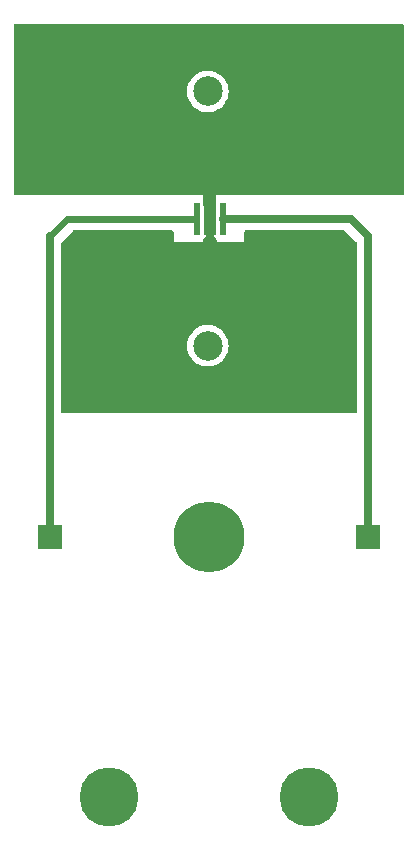
<source format=gtl>
G04 #@! TF.GenerationSoftware,KiCad,Pcbnew,8.0.5*
G04 #@! TF.CreationDate,2024-10-09T13:13:15+02:00*
G04 #@! TF.ProjectId,LED_SINGLE_Board,4c45445f-5349-44e4-974c-455f426f6172,rev?*
G04 #@! TF.SameCoordinates,Original*
G04 #@! TF.FileFunction,Copper,L1,Top*
G04 #@! TF.FilePolarity,Positive*
%FSLAX46Y46*%
G04 Gerber Fmt 4.6, Leading zero omitted, Abs format (unit mm)*
G04 Created by KiCad (PCBNEW 8.0.5) date 2024-10-09 13:13:15*
%MOMM*%
%LPD*%
G01*
G04 APERTURE LIST*
G04 #@! TA.AperFunction,ComponentPad*
%ADD10C,2.500000*%
G04 #@! TD*
G04 #@! TA.AperFunction,SMDPad,CuDef*
%ADD11R,0.500000X2.700000*%
G04 #@! TD*
G04 #@! TA.AperFunction,SMDPad,CuDef*
%ADD12R,1.000000X2.700000*%
G04 #@! TD*
G04 #@! TA.AperFunction,SMDPad,CuDef*
%ADD13R,2.000000X2.000000*%
G04 #@! TD*
G04 #@! TA.AperFunction,ViaPad*
%ADD14C,5.000000*%
G04 #@! TD*
G04 #@! TA.AperFunction,ViaPad*
%ADD15C,6.000000*%
G04 #@! TD*
G04 #@! TA.AperFunction,Conductor*
%ADD16C,0.600000*%
G04 #@! TD*
G04 #@! TA.AperFunction,Conductor*
%ADD17C,0.700000*%
G04 #@! TD*
G04 APERTURE END LIST*
D10*
X43400000Y-52260000D03*
X43400000Y-30740000D03*
D11*
X42470000Y-41500000D03*
X44670000Y-41500000D03*
D12*
X43570000Y-41500000D03*
D13*
X57000000Y-68500000D03*
X30000000Y-68500000D03*
D14*
X35000000Y-90500000D03*
X52000000Y-90500000D03*
D15*
X43500000Y-68500000D03*
D16*
X31500000Y-41500000D02*
X42400000Y-41500000D01*
X30000000Y-43000000D02*
X31500000Y-41500000D01*
D17*
X30000000Y-43000000D02*
X30000000Y-68500000D01*
X57000000Y-43000000D02*
X55500000Y-41500000D01*
X55500000Y-41500000D02*
X44670000Y-41500000D01*
X57000000Y-68500000D02*
X57000000Y-43000000D01*
G04 #@! TA.AperFunction,Conductor*
G36*
X59943039Y-25019685D02*
G01*
X59988794Y-25072489D01*
X60000000Y-25124000D01*
X60000000Y-39376000D01*
X59980315Y-39443039D01*
X59927511Y-39488794D01*
X59876000Y-39500000D01*
X27124000Y-39500000D01*
X27056961Y-39480315D01*
X27011206Y-39427511D01*
X27000000Y-39376000D01*
X27000000Y-30739995D01*
X41644592Y-30739995D01*
X41644592Y-30740004D01*
X41664196Y-31001620D01*
X41664197Y-31001625D01*
X41722576Y-31257402D01*
X41722578Y-31257411D01*
X41722580Y-31257416D01*
X41818432Y-31501643D01*
X41949614Y-31728857D01*
X42081736Y-31894533D01*
X42113198Y-31933985D01*
X42294753Y-32102441D01*
X42305521Y-32112433D01*
X42522296Y-32260228D01*
X42522301Y-32260230D01*
X42522302Y-32260231D01*
X42522303Y-32260232D01*
X42647843Y-32320688D01*
X42758673Y-32374061D01*
X42758674Y-32374061D01*
X42758677Y-32374063D01*
X43009385Y-32451396D01*
X43268818Y-32490500D01*
X43531182Y-32490500D01*
X43790615Y-32451396D01*
X44041323Y-32374063D01*
X44277704Y-32260228D01*
X44494479Y-32112433D01*
X44686805Y-31933981D01*
X44850386Y-31728857D01*
X44981568Y-31501643D01*
X45077420Y-31257416D01*
X45135802Y-31001630D01*
X45155408Y-30740000D01*
X45135802Y-30478370D01*
X45077420Y-30222584D01*
X44981568Y-29978357D01*
X44850386Y-29751143D01*
X44686805Y-29546019D01*
X44686804Y-29546018D01*
X44686801Y-29546014D01*
X44494479Y-29367567D01*
X44277704Y-29219772D01*
X44277700Y-29219770D01*
X44277697Y-29219768D01*
X44277696Y-29219767D01*
X44041325Y-29105938D01*
X44041327Y-29105938D01*
X43790623Y-29028606D01*
X43790619Y-29028605D01*
X43790615Y-29028604D01*
X43665823Y-29009794D01*
X43531187Y-28989500D01*
X43531182Y-28989500D01*
X43268818Y-28989500D01*
X43268812Y-28989500D01*
X43107247Y-29013853D01*
X43009385Y-29028604D01*
X43009382Y-29028605D01*
X43009376Y-29028606D01*
X42758673Y-29105938D01*
X42522303Y-29219767D01*
X42522302Y-29219768D01*
X42305520Y-29367567D01*
X42113198Y-29546014D01*
X41949614Y-29751143D01*
X41818432Y-29978356D01*
X41722582Y-30222578D01*
X41722576Y-30222597D01*
X41664197Y-30478374D01*
X41664196Y-30478379D01*
X41644592Y-30739995D01*
X27000000Y-30739995D01*
X27000000Y-25124000D01*
X27019685Y-25056961D01*
X27072489Y-25011206D01*
X27124000Y-25000000D01*
X59876000Y-25000000D01*
X59943039Y-25019685D01*
G37*
G04 #@! TD.AperFunction*
G04 #@! TA.AperFunction,Conductor*
G36*
X43862103Y-42016085D02*
G01*
X43908078Y-42068697D01*
X43919500Y-42120679D01*
X43919500Y-42897870D01*
X43919501Y-42897876D01*
X43925908Y-42957483D01*
X43976202Y-43092328D01*
X43976203Y-43092329D01*
X43976204Y-43092331D01*
X44062454Y-43207546D01*
X44123236Y-43253047D01*
X44165107Y-43308979D01*
X44172925Y-43352313D01*
X44172925Y-43495104D01*
X46500000Y-43500000D01*
X46500000Y-43499999D01*
X46500000Y-42624000D01*
X46519685Y-42556961D01*
X46572489Y-42511206D01*
X46624000Y-42500000D01*
X54948638Y-42500000D01*
X55015677Y-42519685D01*
X55036319Y-42536319D01*
X55963681Y-43463681D01*
X55997166Y-43525004D01*
X56000000Y-43551362D01*
X56000000Y-57876000D01*
X55980315Y-57943039D01*
X55927511Y-57988794D01*
X55876000Y-58000000D01*
X31124000Y-58000000D01*
X31056961Y-57980315D01*
X31011206Y-57927511D01*
X31000000Y-57876000D01*
X31000000Y-52259995D01*
X41644592Y-52259995D01*
X41644592Y-52260004D01*
X41664196Y-52521620D01*
X41664197Y-52521625D01*
X41722576Y-52777402D01*
X41722578Y-52777411D01*
X41722580Y-52777416D01*
X41818432Y-53021643D01*
X41949614Y-53248857D01*
X42081736Y-53414533D01*
X42113198Y-53453985D01*
X42294753Y-53622441D01*
X42305521Y-53632433D01*
X42522296Y-53780228D01*
X42522301Y-53780230D01*
X42522302Y-53780231D01*
X42522303Y-53780232D01*
X42647843Y-53840688D01*
X42758673Y-53894061D01*
X42758674Y-53894061D01*
X42758677Y-53894063D01*
X43009385Y-53971396D01*
X43268818Y-54010500D01*
X43531182Y-54010500D01*
X43790615Y-53971396D01*
X44041323Y-53894063D01*
X44277704Y-53780228D01*
X44494479Y-53632433D01*
X44686805Y-53453981D01*
X44850386Y-53248857D01*
X44981568Y-53021643D01*
X45077420Y-52777416D01*
X45135802Y-52521630D01*
X45155408Y-52260000D01*
X45135802Y-51998370D01*
X45077420Y-51742584D01*
X44981568Y-51498357D01*
X44850386Y-51271143D01*
X44686805Y-51066019D01*
X44686804Y-51066018D01*
X44686801Y-51066014D01*
X44494479Y-50887567D01*
X44277704Y-50739772D01*
X44277700Y-50739770D01*
X44277697Y-50739768D01*
X44277696Y-50739767D01*
X44041325Y-50625938D01*
X44041327Y-50625938D01*
X43790623Y-50548606D01*
X43790619Y-50548605D01*
X43790615Y-50548604D01*
X43665823Y-50529794D01*
X43531187Y-50509500D01*
X43531182Y-50509500D01*
X43268818Y-50509500D01*
X43268812Y-50509500D01*
X43107247Y-50533853D01*
X43009385Y-50548604D01*
X43009382Y-50548605D01*
X43009376Y-50548606D01*
X42758673Y-50625938D01*
X42522303Y-50739767D01*
X42522302Y-50739768D01*
X42305520Y-50887567D01*
X42113198Y-51066014D01*
X41949614Y-51271143D01*
X41818432Y-51498356D01*
X41722582Y-51742578D01*
X41722576Y-51742597D01*
X41664197Y-51998374D01*
X41664196Y-51998379D01*
X41644592Y-52259995D01*
X31000000Y-52259995D01*
X31000000Y-43551362D01*
X31019685Y-43484323D01*
X31036319Y-43463681D01*
X31963681Y-42536319D01*
X32025004Y-42502834D01*
X32051362Y-42500000D01*
X40376000Y-42500000D01*
X40443039Y-42519685D01*
X40488794Y-42572489D01*
X40500000Y-42624000D01*
X40500000Y-43500000D01*
X43000000Y-43500000D01*
X43000000Y-43327666D01*
X43019685Y-43260627D01*
X43049691Y-43228398D01*
X43077545Y-43207547D01*
X43077548Y-43207543D01*
X43163796Y-43092331D01*
X43214091Y-42957483D01*
X43220500Y-42897873D01*
X43220499Y-42122559D01*
X43240183Y-42055523D01*
X43292987Y-42009768D01*
X43343975Y-41998564D01*
X43794987Y-41996681D01*
X43862103Y-42016085D01*
G37*
G04 #@! TD.AperFunction*
G04 #@! TA.AperFunction,Conductor*
G36*
X44129551Y-40376000D02*
G01*
X44109866Y-40443039D01*
X44057062Y-40488794D01*
X44005551Y-40500000D01*
X43124000Y-40500000D01*
X43056961Y-40480315D01*
X43011206Y-40427511D01*
X43000000Y-40376000D01*
X43000000Y-39500000D01*
X44129551Y-39500000D01*
X44129551Y-40376000D01*
G37*
G04 #@! TD.AperFunction*
M02*

</source>
